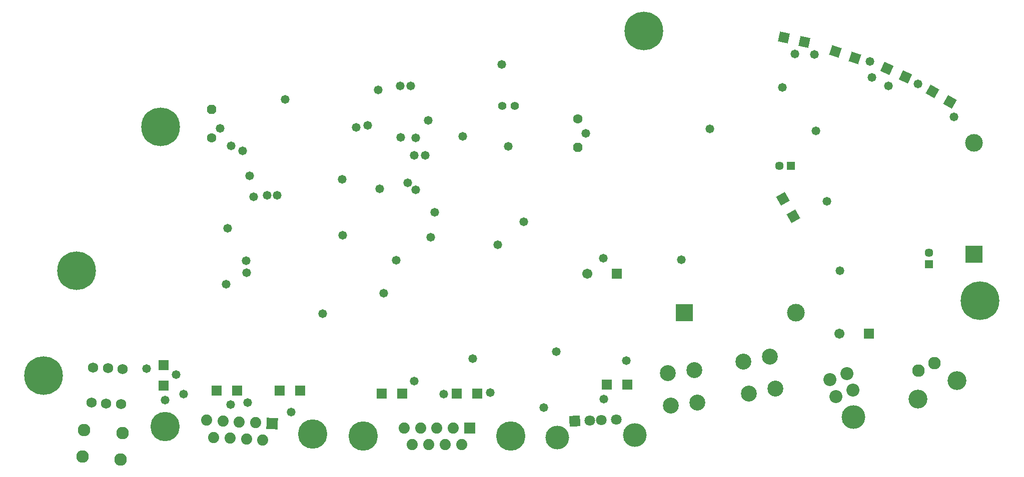
<source format=gts>
%FSLAX25Y25*%
%MOIN*%
G70*
G01*
G75*
G04 Layer_Color=8388736*
%ADD10P,0.08352X4X381.0*%
%ADD11R,0.05906X0.05906*%
%ADD12P,0.08352X4X393.0*%
%ADD13P,0.08352X4X375.0*%
%ADD14P,0.08352X4X387.0*%
%ADD15P,0.08352X4X165.0*%
%ADD16R,0.05906X0.05906*%
%ADD17C,0.01000*%
%ADD18C,0.01969*%
%ADD19C,0.07874*%
%ADD20C,0.14961*%
%ADD21C,0.11811*%
%ADD22C,0.07575*%
%ADD23C,0.09843*%
%ADD24P,0.08908X4X47.0*%
%ADD25C,0.06299*%
%ADD26C,0.18740*%
%ADD27P,0.09410X4X312.0*%
%ADD28C,0.06654*%
%ADD29C,0.05906*%
%ADD30C,0.11024*%
%ADD31R,0.11024X0.11024*%
%ADD32C,0.25000*%
%ADD33C,0.05512*%
%ADD34P,0.05966X8X112.5*%
%ADD35R,0.06654X0.06654*%
%ADD36R,0.11024X0.11024*%
%ADD37R,0.04921X0.04921*%
%ADD38C,0.04921*%
G04:AMPARAMS|DCode=39|XSize=60mil|YSize=59.96mil|CornerRadius=0mil|HoleSize=0mil|Usage=FLASHONLY|Rotation=357.000|XOffset=0mil|YOffset=0mil|HoleType=Round|Shape=Round|*
%AMOVALD39*
21,1,0.00004,0.05996,0.00000,0.00000,357.0*
1,1,0.05996,-0.00002,0.00000*
1,1,0.05996,0.00002,-0.00000*
%
%ADD39OVALD39*%

%ADD40C,0.04724*%
%ADD41R,0.04921X0.04921*%
%ADD42C,0.05000*%
%ADD43O,0.01181X0.09843*%
%ADD44O,0.09843X0.01181*%
%ADD45R,0.03150X0.03543*%
%ADD46R,0.03543X0.03150*%
%ADD47R,0.07480X0.05906*%
%ADD48R,0.12992X0.05512*%
%ADD49O,0.09055X0.02362*%
%ADD50R,0.03937X0.15551*%
%ADD51R,0.05906X0.07480*%
%ADD52R,0.05906X0.09449*%
%ADD53R,0.27362X0.35827*%
%ADD54R,0.28740X0.34252*%
%ADD55R,0.02362X0.04331*%
%ADD56O,0.06102X0.01181*%
%ADD57O,0.01181X0.06102*%
%ADD58C,0.00984*%
%ADD59C,0.00787*%
%ADD60C,0.00500*%
%ADD61C,0.00591*%
%ADD62P,0.09483X4X381.0*%
%ADD63R,0.06706X0.06706*%
%ADD64P,0.09483X4X393.0*%
%ADD65P,0.09483X4X375.0*%
%ADD66P,0.09483X4X387.0*%
%ADD67P,0.09483X4X165.0*%
%ADD68R,0.06706X0.06706*%
%ADD69C,0.08674*%
%ADD70C,0.15761*%
%ADD71C,0.12611*%
%ADD72C,0.08375*%
%ADD73C,0.10642*%
%ADD74P,0.10040X4X47.0*%
%ADD75C,0.07099*%
%ADD76C,0.19540*%
%ADD77P,0.10541X4X312.0*%
%ADD78C,0.07453*%
%ADD79C,0.06706*%
%ADD80C,0.11824*%
%ADD81R,0.11824X0.11824*%
%ADD82C,0.25800*%
%ADD83C,0.06312*%
%ADD84P,0.06832X8X112.5*%
%ADD85R,0.07453X0.07453*%
%ADD86R,0.11824X0.11824*%
%ADD87R,0.05721X0.05721*%
%ADD88C,0.05721*%
G04:AMPARAMS|DCode=89|XSize=68mil|YSize=67.96mil|CornerRadius=0mil|HoleSize=0mil|Usage=FLASHONLY|Rotation=357.000|XOffset=0mil|YOffset=0mil|HoleType=Round|Shape=Round|*
%AMOVALD89*
21,1,0.00004,0.06796,0.00000,0.00000,357.0*
1,1,0.06796,-0.00002,0.00000*
1,1,0.06796,0.00002,-0.00000*
%
%ADD89OVALD89*%

%ADD90C,0.05524*%
%ADD91R,0.05721X0.05721*%
%ADD92C,0.05800*%
D62*
X1266294Y949198D02*
D03*
X1253706Y954802D02*
D03*
D63*
X930890Y738000D02*
D03*
X917110D02*
D03*
X820890Y740000D02*
D03*
X807110D02*
D03*
X980890Y738000D02*
D03*
X967110D02*
D03*
X862890Y740000D02*
D03*
X849110D02*
D03*
X1080890Y744000D02*
D03*
X1067110D02*
D03*
X1073843Y818000D02*
D03*
X1241878Y778000D02*
D03*
D64*
X1198739Y972568D02*
D03*
X1185261Y975432D02*
D03*
D65*
X1295967Y932555D02*
D03*
X1284033Y939445D02*
D03*
D66*
X1232553Y961871D02*
D03*
X1219447Y966129D02*
D03*
D67*
X1184555Y867967D02*
D03*
X1191445Y856033D02*
D03*
D68*
X772000Y743110D02*
D03*
Y756890D02*
D03*
D69*
X1220000Y736000D02*
D03*
X1227059Y751138D02*
D03*
X1215960Y747099D02*
D03*
X1231099Y740040D02*
D03*
D70*
X1231366Y722038D02*
D03*
X1085869Y710318D02*
D03*
X1034168Y708512D02*
D03*
D71*
X1300572Y746391D02*
D03*
X1274453Y734211D02*
D03*
D72*
X1285677Y758211D02*
D03*
X1274973Y753220D02*
D03*
X743222Y693948D02*
D03*
X717693Y695733D02*
D03*
X718929Y713407D02*
D03*
X744457Y711622D02*
D03*
D73*
X1125356Y753387D02*
D03*
X1107737Y751535D02*
D03*
X1127619Y731852D02*
D03*
X1110000Y730000D02*
D03*
X1175687Y762401D02*
D03*
X1158240Y759325D02*
D03*
X1179447Y741076D02*
D03*
X1162000Y738000D02*
D03*
D74*
X1045875Y719597D02*
D03*
D75*
X1055712Y719940D02*
D03*
X1073418Y720559D02*
D03*
X1063581Y720215D02*
D03*
D76*
X772832Y715925D02*
D03*
X871083Y710776D02*
D03*
X1003193Y709402D02*
D03*
X904807D02*
D03*
D77*
X844031Y717792D02*
D03*
D78*
X838001Y706911D02*
D03*
X833141Y718362D02*
D03*
X827110Y707482D02*
D03*
X822250Y718933D02*
D03*
X816220Y708053D02*
D03*
X811359Y719504D02*
D03*
X805329Y708624D02*
D03*
X800469Y720075D02*
D03*
X932189Y714992D02*
D03*
X937642Y703811D02*
D03*
X943095Y714992D02*
D03*
X948547Y703811D02*
D03*
X954000Y714992D02*
D03*
X959453Y703811D02*
D03*
X964906Y714992D02*
D03*
X970358Y703811D02*
D03*
D79*
X1054157Y818000D02*
D03*
X1222193Y778000D02*
D03*
D80*
X1312000Y905087D02*
D03*
X1193087Y792000D02*
D03*
D81*
X1312000Y830913D02*
D03*
D82*
X714000Y820000D02*
D03*
X1316000Y800000D02*
D03*
X1092000Y980000D02*
D03*
X770000Y916000D02*
D03*
X692000Y750000D02*
D03*
D83*
X1047800Y921306D02*
D03*
X804000Y908394D02*
D03*
D84*
X1047800Y902094D02*
D03*
X804000Y927606D02*
D03*
D85*
X975811Y714992D02*
D03*
D86*
X1118913Y792000D02*
D03*
D87*
X1282000Y824063D02*
D03*
D88*
Y831937D02*
D03*
X1182063Y890000D02*
D03*
D89*
X743356Y730698D02*
D03*
X744592Y754287D02*
D03*
X733527Y731213D02*
D03*
X734763Y754803D02*
D03*
X724934Y755318D02*
D03*
X723698Y731728D02*
D03*
D90*
X1005934Y929700D02*
D03*
X997666D02*
D03*
D91*
X1189937Y890000D02*
D03*
D92*
X994500Y837200D02*
D03*
X952600Y858900D02*
D03*
X915800Y874400D02*
D03*
X949700Y842200D02*
D03*
X814500Y848300D02*
D03*
X929800Y908800D02*
D03*
X939900Y908400D02*
D03*
X832000Y869300D02*
D03*
X971300Y909600D02*
D03*
X853000Y934200D02*
D03*
X915000Y940500D02*
D03*
X900100Y915500D02*
D03*
X908000Y917000D02*
D03*
X926700Y826800D02*
D03*
X918600Y804900D02*
D03*
X829300Y883100D02*
D03*
X948200Y920200D02*
D03*
X1065300Y734200D02*
D03*
X1033400Y765700D02*
D03*
X824500Y899700D02*
D03*
X817000Y903200D02*
D03*
X929400Y943300D02*
D03*
X936500D02*
D03*
X827100Y818500D02*
D03*
X826700Y826400D02*
D03*
X840700Y870300D02*
D03*
X847600D02*
D03*
X946100Y896800D02*
D03*
X938700Y896900D02*
D03*
X934600Y878400D02*
D03*
X939700Y873800D02*
D03*
X809400Y914800D02*
D03*
X890780Y880700D02*
D03*
X1011700Y852540D02*
D03*
X785200Y737500D02*
D03*
X780100Y750600D02*
D03*
X773000Y733600D02*
D03*
X857000Y725500D02*
D03*
X828000Y732000D02*
D03*
X939000Y746200D02*
D03*
X1222500Y820000D02*
D03*
X1254700Y943200D02*
D03*
X1298600Y922500D02*
D03*
X1274500Y944400D02*
D03*
X1243700Y948700D02*
D03*
X1242600Y959600D02*
D03*
X1206400Y913200D02*
D03*
X1205400Y964100D02*
D03*
X1192500Y964500D02*
D03*
X1184100Y942300D02*
D03*
X1135900Y914500D02*
D03*
X1213700Y866200D02*
D03*
X1064800Y828200D02*
D03*
X1116700Y827300D02*
D03*
X989400Y738600D02*
D03*
X877900Y791200D02*
D03*
X891200Y843600D02*
D03*
X760600Y754500D02*
D03*
X997200Y957500D02*
D03*
X1080300Y759900D02*
D03*
X1025100Y728500D02*
D03*
X1053300Y911500D02*
D03*
X1001500Y902900D02*
D03*
X977800Y761300D02*
D03*
X816500Y730500D02*
D03*
X813500Y811000D02*
D03*
X958500Y737500D02*
D03*
M02*

</source>
